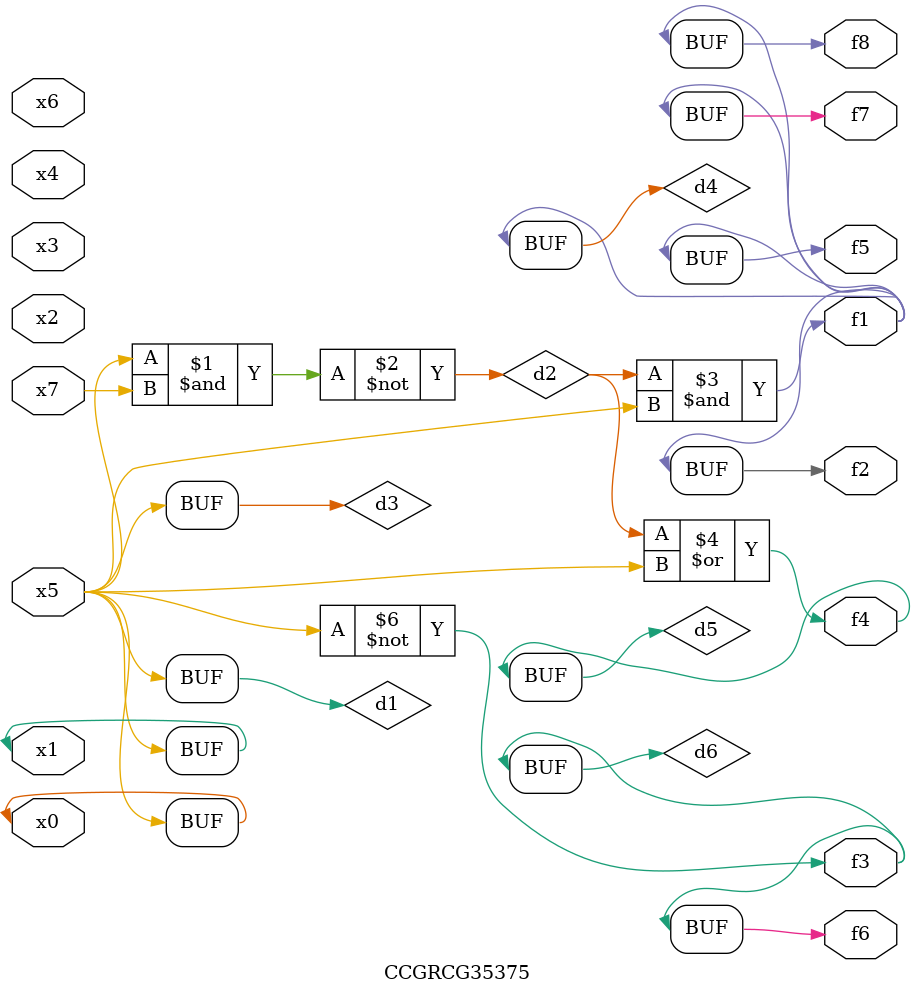
<source format=v>
module CCGRCG35375(
	input x0, x1, x2, x3, x4, x5, x6, x7,
	output f1, f2, f3, f4, f5, f6, f7, f8
);

	wire d1, d2, d3, d4, d5, d6;

	buf (d1, x0, x5);
	nand (d2, x5, x7);
	buf (d3, x0, x1);
	and (d4, d2, d3);
	or (d5, d2, d3);
	nor (d6, d1, d3);
	assign f1 = d4;
	assign f2 = d4;
	assign f3 = d6;
	assign f4 = d5;
	assign f5 = d4;
	assign f6 = d6;
	assign f7 = d4;
	assign f8 = d4;
endmodule

</source>
